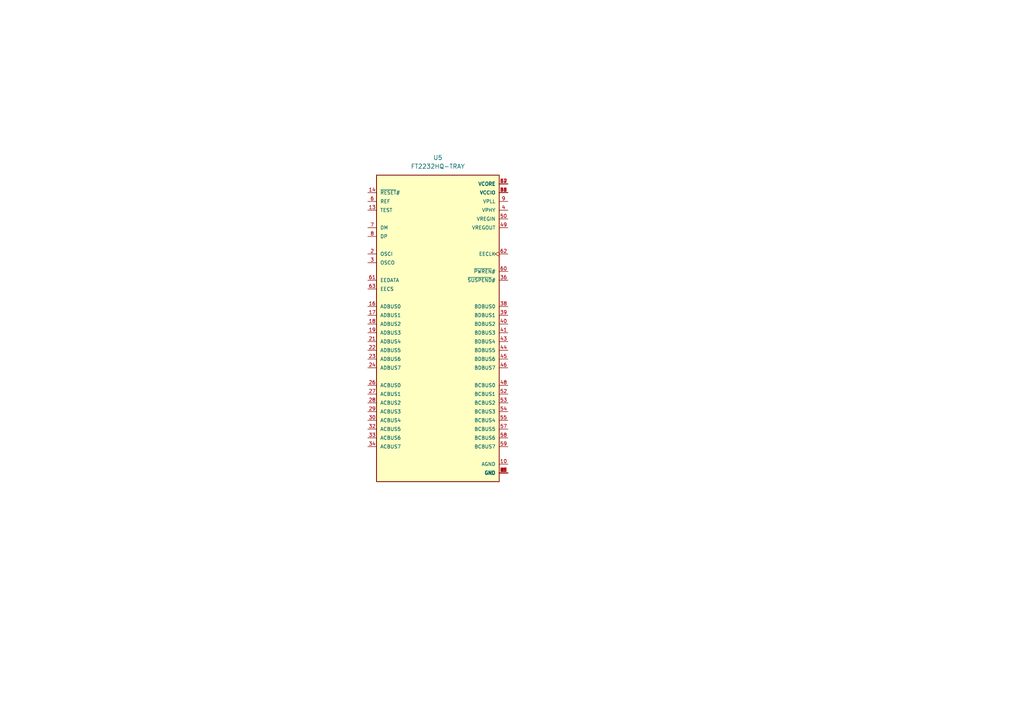
<source format=kicad_sch>
(kicad_sch (version 20231120) (generator "eeschema") (generator_version "8.0")
  (paper "A4")
  (title_block (title "ZYMA_ADC_FPGA") (date "2024-06-28") (rev "V01") (company "SHAKRA INNOVATIONS PVT LIMITED"))
  (lib_symbols
    (symbol "New_Library:FT2232HQ-TRAY" (pin_names (offset 1.016))
      (property "Reference" "U" (at -17.8349 45.8611 0))
      (property "Value" "FT2232HQ-TRAY" (at -17.8085 -45.7932 0))
      (symbol "FT2232HQ-TRAY_0_0"
        (rectangle (start -17.78 -43.18) (end 17.78 45.72) (stroke (width 0.254)) (fill (type background)))
        (pin power_in line (at 20.32 -40.64 180) (length 2.54) (name "GND") (number "1"))
        (pin power_in line (at 20.32 -38.1 180) (length 2.54) (name "AGND") (number "10"))
        (pin power_in line (at 20.32 -40.64 180) (length 2.54) (name "GND") (number "11"))
        (pin power_in line (at 20.32 43.18 180) (length 2.54) (name "VCORE") (number "12"))
        (pin input line (at -20.32 35.56 0) (length 2.54) (name "TEST") (number "13"))
        (pin input line (at -20.32 40.64 0) (length 2.54) (name "~{RESET}#") (number "14"))
        (pin power_in line (at 20.32 -40.64 180) (length 2.54) (name "GND") (number "15"))
        (pin bidirectional line (at -20.32 7.62 0) (length 2.54) (name "ADBUS0") (number "16"))
        (pin bidirectional line (at -20.32 5.08 0) (length 2.54) (name "ADBUS1") (number "17"))
        (pin bidirectional line (at -20.32 2.54 0) (length 2.54) (name "ADBUS2") (number "18"))
        (pin bidirectional line (at -20.32 0 0) (length 2.54) (name "ADBUS3") (number "19"))
        (pin input line (at -20.32 22.86 0) (length 2.54) (name "OSCI") (number "2"))
        (pin power_in line (at 20.32 40.64 180) (length 2.54) (name "VCCIO") (number "20"))
        (pin bidirectional line (at -20.32 -2.54 0) (length 2.54) (name "ADBUS4") (number "21"))
        (pin bidirectional line (at -20.32 -5.08 0) (length 2.54) (name "ADBUS5") (number "22"))
        (pin bidirectional line (at -20.32 -7.62 0) (length 2.54) (name "ADBUS6") (number "23"))
        (pin bidirectional line (at -20.32 -10.16 0) (length 2.54) (name "ADBUS7") (number "24"))
        (pin power_in line (at 20.32 -40.64 180) (length 2.54) (name "GND") (number "25"))
        (pin bidirectional line (at -20.32 -15.24 0) (length 2.54) (name "ACBUS0") (number "26"))
        (pin bidirectional line (at -20.32 -17.78 0) (length 2.54) (name "ACBUS1") (number "27"))
        (pin bidirectional line (at -20.32 -20.32 0) (length 2.54) (name "ACBUS2") (number "28"))
        (pin bidirectional line (at -20.32 -22.86 0) (length 2.54) (name "ACBUS3") (number "29"))
        (pin output line (at -20.32 20.32 0) (length 2.54) (name "OSCO") (number "3"))
        (pin bidirectional line (at -20.32 -25.4 0) (length 2.54) (name "ACBUS4") (number "30"))
        (pin power_in line (at 20.32 40.64 180) (length 2.54) (name "VCCIO") (number "31"))
        (pin bidirectional line (at -20.32 -27.94 0) (length 2.54) (name "ACBUS5") (number "32"))
        (pin bidirectional line (at -20.32 -30.48 0) (length 2.54) (name "ACBUS6") (number "33"))
        (pin bidirectional line (at -20.32 -33.02 0) (length 2.54) (name "ACBUS7") (number "34"))
        (pin power_in line (at 20.32 -40.64 180) (length 2.54) (name "GND") (number "35"))
        (pin output line (at 20.32 15.24 180) (length 2.54) (name "~{SUSPEND}#") (number "36"))
        (pin power_in line (at 20.32 43.18 180) (length 2.54) (name "VCORE") (number "37"))
        (pin bidirectional line (at 20.32 7.62 180) (length 2.54) (name "BDBUS0") (number "38"))
        (pin bidirectional line (at 20.32 5.08 180) (length 2.54) (name "BDBUS1") (number "39"))
        (pin power_in line (at 20.32 35.56 180) (length 2.54) (name "VPHY") (number "4"))
        (pin bidirectional line (at 20.32 2.54 180) (length 2.54) (name "BDBUS2") (number "40"))
        (pin bidirectional line (at 20.32 0 180) (length 2.54) (name "BDBUS3") (number "41"))
        (pin power_in line (at 20.32 40.64 180) (length 2.54) (name "VCCIO") (number "42"))
        (pin bidirectional line (at 20.32 -2.54 180) (length 2.54) (name "BDBUS4") (number "43"))
        (pin bidirectional line (at 20.32 -5.08 180) (length 2.54) (name "BDBUS5") (number "44"))
        (pin bidirectional line (at 20.32 -7.62 180) (length 2.54) (name "BDBUS6") (number "45"))
        (pin bidirectional line (at 20.32 -10.16 180) (length 2.54) (name "BDBUS7") (number "46"))
        (pin power_in line (at 20.32 -40.64 180) (length 2.54) (name "GND") (number "47"))
        (pin bidirectional line (at 20.32 -15.24 180) (length 2.54) (name "BCBUS0") (number "48"))
        (pin power_in line (at 20.32 30.48 180) (length 2.54) (name "VREGOUT") (number "49"))
        (pin power_in line (at 20.32 -40.64 180) (length 2.54) (name "GND") (number "5"))
        (pin power_in line (at 20.32 33.02 180) (length 2.54) (name "VREGIN") (number "50"))
        (pin power_in line (at 20.32 -40.64 180) (length 2.54) (name "GND") (number "51"))
        (pin bidirectional line (at 20.32 -17.78 180) (length 2.54) (name "BCBUS1") (number "52"))
        (pin bidirectional line (at 20.32 -20.32 180) (length 2.54) (name "BCBUS2") (number "53"))
        (pin bidirectional line (at 20.32 -22.86 180) (length 2.54) (name "BCBUS3") (number "54"))
        (pin bidirectional line (at 20.32 -25.4 180) (length 2.54) (name "BCBUS4") (number "55"))
        (pin power_in line (at 20.32 40.64 180) (length 2.54) (name "VCCIO") (number "56"))
        (pin bidirectional line (at 20.32 -27.94 180) (length 2.54) (name "BCBUS5") (number "57"))
        (pin bidirectional line (at 20.32 -30.48 180) (length 2.54) (name "BCBUS6") (number "58"))
        (pin bidirectional line (at 20.32 -33.02 180) (length 2.54) (name "BCBUS7") (number "59"))
        (pin input line (at -20.32 38.1 0) (length 2.54) (name "REF") (number "6"))
        (pin output line (at 20.32 17.78 180) (length 2.54) (name "~{PWREN}#") (number "60"))
        (pin bidirectional line (at -20.32 15.24 0) (length 2.54) (name "EEDATA") (number "61"))
        (pin output clock (at 20.32 22.86 180) (length 2.54) (name "EECLK") (number "62"))
        (pin bidirectional line (at -20.32 12.7 0) (length 2.54) (name "EECS") (number "63"))
        (pin power_in line (at 20.32 43.18 180) (length 2.54) (name "VCORE") (number "64"))
        (pin power_in line (at 20.32 -40.64 180) (length 2.54) (name "GND") (number "65"))
        (pin bidirectional line (at -20.32 30.48 0) (length 2.54) (name "DM") (number "7"))
        (pin bidirectional line (at -20.32 27.94 0) (length 2.54) (name "DP") (number "8"))
        (pin power_in line (at 20.32 38.1 180) (length 2.54) (name "VPLL") (number "9"))
      )
    )
  )
  (symbol (lib_id "New_Library:FT2232HQ-TRAY") (at 127 96.52 0) (unit 1)
    (property "Reference" "U5" (at 127 45.72 0))
    (property "Value" "FT2232HQ-TRAY" (at 127 48.26 0))
    (property "Footprint" "FT2232HQ-TRAY:QFN50P900X900X100-65N" (effects (hide yes)))
    (property "MF" "FTDI," (effects (hide yes)))
    (property "Description_1" "\nUSB Bridge, USB to UART,FIFO USB 2.0 UART Interface 64-QFN (9x9)\n" (effects (hide yes)))
    (property "Package" "QFN-64 FTDI" (effects (hide yes)))
    (property "Price" "None" (effects (hide yes)))
    (property "Check_prices" "https://www.snapeda.com/parts/FT2232HQ-TRAY/FTDI%252C+Future+Technology+Devices+International+Ltd/view-part/?ref=eda" (effects (hide yes)))
    (property "SnapEDA_Link" "https://www.snapeda.com/parts/FT2232HQ-TRAY/FTDI%252C+Future+Technology+Devices+International+Ltd/view-part/?ref=snap" (effects (hide yes)))
    (property "MP" "FT2232HQ-TRAY" (effects (hide yes)))
    (property "Availability" "In Stock" (effects (hide yes)))
    (property "MANUFACTURER" "Future Technology Devices International Limited" (effects (hide yes)))
  )
)
</source>
